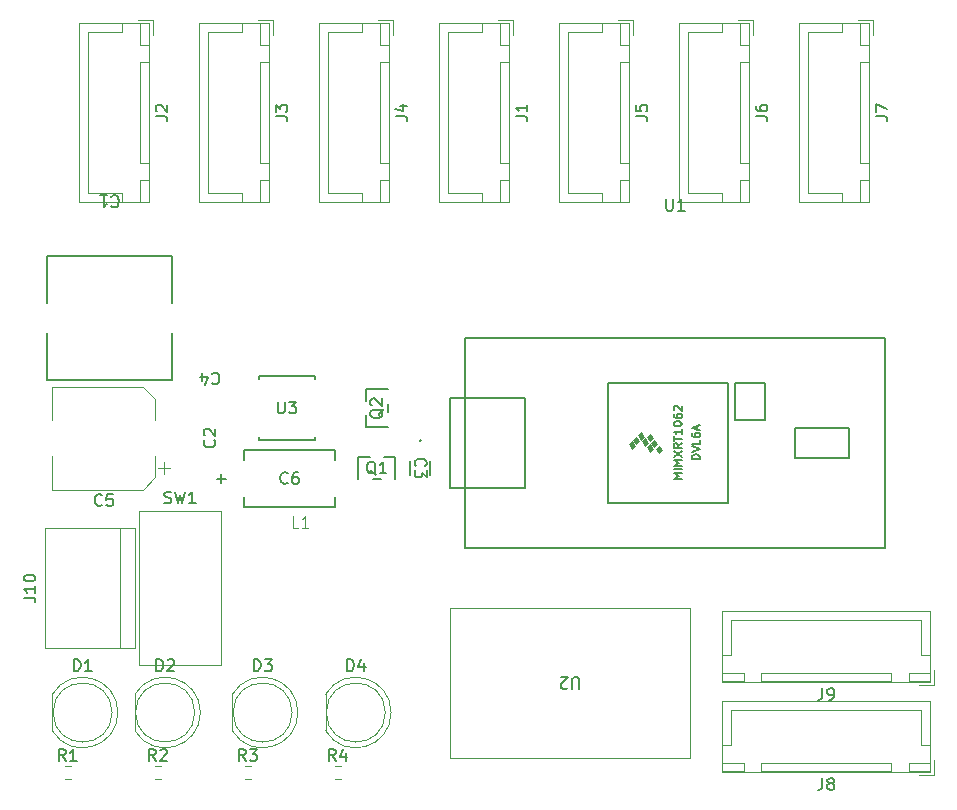
<source format=gbr>
%TF.GenerationSoftware,KiCad,Pcbnew,7.0.8*%
%TF.CreationDate,2024-03-05T19:06:49-05:00*%
%TF.ProjectId,UpdatedPCB2024,55706461-7465-4645-9043-42323032342e,rev?*%
%TF.SameCoordinates,Original*%
%TF.FileFunction,Legend,Top*%
%TF.FilePolarity,Positive*%
%FSLAX46Y46*%
G04 Gerber Fmt 4.6, Leading zero omitted, Abs format (unit mm)*
G04 Created by KiCad (PCBNEW 7.0.8) date 2024-03-05 19:06:49*
%MOMM*%
%LPD*%
G01*
G04 APERTURE LIST*
%ADD10C,0.150000*%
%ADD11C,0.100000*%
%ADD12C,0.120000*%
%ADD13C,0.152400*%
G04 APERTURE END LIST*
D10*
X153436666Y-135084819D02*
X153436666Y-135799104D01*
X153436666Y-135799104D02*
X153389047Y-135941961D01*
X153389047Y-135941961D02*
X153293809Y-136037200D01*
X153293809Y-136037200D02*
X153150952Y-136084819D01*
X153150952Y-136084819D02*
X153055714Y-136084819D01*
X154055714Y-135513390D02*
X153960476Y-135465771D01*
X153960476Y-135465771D02*
X153912857Y-135418152D01*
X153912857Y-135418152D02*
X153865238Y-135322914D01*
X153865238Y-135322914D02*
X153865238Y-135275295D01*
X153865238Y-135275295D02*
X153912857Y-135180057D01*
X153912857Y-135180057D02*
X153960476Y-135132438D01*
X153960476Y-135132438D02*
X154055714Y-135084819D01*
X154055714Y-135084819D02*
X154246190Y-135084819D01*
X154246190Y-135084819D02*
X154341428Y-135132438D01*
X154341428Y-135132438D02*
X154389047Y-135180057D01*
X154389047Y-135180057D02*
X154436666Y-135275295D01*
X154436666Y-135275295D02*
X154436666Y-135322914D01*
X154436666Y-135322914D02*
X154389047Y-135418152D01*
X154389047Y-135418152D02*
X154341428Y-135465771D01*
X154341428Y-135465771D02*
X154246190Y-135513390D01*
X154246190Y-135513390D02*
X154055714Y-135513390D01*
X154055714Y-135513390D02*
X153960476Y-135561009D01*
X153960476Y-135561009D02*
X153912857Y-135608628D01*
X153912857Y-135608628D02*
X153865238Y-135703866D01*
X153865238Y-135703866D02*
X153865238Y-135894342D01*
X153865238Y-135894342D02*
X153912857Y-135989580D01*
X153912857Y-135989580D02*
X153960476Y-136037200D01*
X153960476Y-136037200D02*
X154055714Y-136084819D01*
X154055714Y-136084819D02*
X154246190Y-136084819D01*
X154246190Y-136084819D02*
X154341428Y-136037200D01*
X154341428Y-136037200D02*
X154389047Y-135989580D01*
X154389047Y-135989580D02*
X154436666Y-135894342D01*
X154436666Y-135894342D02*
X154436666Y-135703866D01*
X154436666Y-135703866D02*
X154389047Y-135608628D01*
X154389047Y-135608628D02*
X154341428Y-135561009D01*
X154341428Y-135561009D02*
X154246190Y-135513390D01*
X96984819Y-79073333D02*
X97699104Y-79073333D01*
X97699104Y-79073333D02*
X97841961Y-79120952D01*
X97841961Y-79120952D02*
X97937200Y-79216190D01*
X97937200Y-79216190D02*
X97984819Y-79359047D01*
X97984819Y-79359047D02*
X97984819Y-79454285D01*
X97080057Y-78644761D02*
X97032438Y-78597142D01*
X97032438Y-78597142D02*
X96984819Y-78501904D01*
X96984819Y-78501904D02*
X96984819Y-78263809D01*
X96984819Y-78263809D02*
X97032438Y-78168571D01*
X97032438Y-78168571D02*
X97080057Y-78120952D01*
X97080057Y-78120952D02*
X97175295Y-78073333D01*
X97175295Y-78073333D02*
X97270533Y-78073333D01*
X97270533Y-78073333D02*
X97413390Y-78120952D01*
X97413390Y-78120952D02*
X97984819Y-78692380D01*
X97984819Y-78692380D02*
X97984819Y-78073333D01*
X105302905Y-126034819D02*
X105302905Y-125034819D01*
X105302905Y-125034819D02*
X105541000Y-125034819D01*
X105541000Y-125034819D02*
X105683857Y-125082438D01*
X105683857Y-125082438D02*
X105779095Y-125177676D01*
X105779095Y-125177676D02*
X105826714Y-125272914D01*
X105826714Y-125272914D02*
X105874333Y-125463390D01*
X105874333Y-125463390D02*
X105874333Y-125606247D01*
X105874333Y-125606247D02*
X105826714Y-125796723D01*
X105826714Y-125796723D02*
X105779095Y-125891961D01*
X105779095Y-125891961D02*
X105683857Y-125987200D01*
X105683857Y-125987200D02*
X105541000Y-126034819D01*
X105541000Y-126034819D02*
X105302905Y-126034819D01*
X106207667Y-125034819D02*
X106826714Y-125034819D01*
X106826714Y-125034819D02*
X106493381Y-125415771D01*
X106493381Y-125415771D02*
X106636238Y-125415771D01*
X106636238Y-125415771D02*
X106731476Y-125463390D01*
X106731476Y-125463390D02*
X106779095Y-125511009D01*
X106779095Y-125511009D02*
X106826714Y-125606247D01*
X106826714Y-125606247D02*
X106826714Y-125844342D01*
X106826714Y-125844342D02*
X106779095Y-125939580D01*
X106779095Y-125939580D02*
X106731476Y-125987200D01*
X106731476Y-125987200D02*
X106636238Y-126034819D01*
X106636238Y-126034819D02*
X106350524Y-126034819D01*
X106350524Y-126034819D02*
X106255286Y-125987200D01*
X106255286Y-125987200D02*
X106207667Y-125939580D01*
X116265057Y-103855238D02*
X116217438Y-103950476D01*
X116217438Y-103950476D02*
X116122200Y-104045714D01*
X116122200Y-104045714D02*
X115979342Y-104188571D01*
X115979342Y-104188571D02*
X115931723Y-104283809D01*
X115931723Y-104283809D02*
X115931723Y-104379047D01*
X116169819Y-104331428D02*
X116122200Y-104426666D01*
X116122200Y-104426666D02*
X116026961Y-104521904D01*
X116026961Y-104521904D02*
X115836485Y-104569523D01*
X115836485Y-104569523D02*
X115503152Y-104569523D01*
X115503152Y-104569523D02*
X115312676Y-104521904D01*
X115312676Y-104521904D02*
X115217438Y-104426666D01*
X115217438Y-104426666D02*
X115169819Y-104331428D01*
X115169819Y-104331428D02*
X115169819Y-104140952D01*
X115169819Y-104140952D02*
X115217438Y-104045714D01*
X115217438Y-104045714D02*
X115312676Y-103950476D01*
X115312676Y-103950476D02*
X115503152Y-103902857D01*
X115503152Y-103902857D02*
X115836485Y-103902857D01*
X115836485Y-103902857D02*
X116026961Y-103950476D01*
X116026961Y-103950476D02*
X116122200Y-104045714D01*
X116122200Y-104045714D02*
X116169819Y-104140952D01*
X116169819Y-104140952D02*
X116169819Y-104331428D01*
X115265057Y-103521904D02*
X115217438Y-103474285D01*
X115217438Y-103474285D02*
X115169819Y-103379047D01*
X115169819Y-103379047D02*
X115169819Y-103140952D01*
X115169819Y-103140952D02*
X115217438Y-103045714D01*
X115217438Y-103045714D02*
X115265057Y-102998095D01*
X115265057Y-102998095D02*
X115360295Y-102950476D01*
X115360295Y-102950476D02*
X115455533Y-102950476D01*
X115455533Y-102950476D02*
X115598390Y-102998095D01*
X115598390Y-102998095D02*
X116169819Y-103569523D01*
X116169819Y-103569523D02*
X116169819Y-102950476D01*
X101959580Y-106466666D02*
X102007200Y-106514285D01*
X102007200Y-106514285D02*
X102054819Y-106657142D01*
X102054819Y-106657142D02*
X102054819Y-106752380D01*
X102054819Y-106752380D02*
X102007200Y-106895237D01*
X102007200Y-106895237D02*
X101911961Y-106990475D01*
X101911961Y-106990475D02*
X101816723Y-107038094D01*
X101816723Y-107038094D02*
X101626247Y-107085713D01*
X101626247Y-107085713D02*
X101483390Y-107085713D01*
X101483390Y-107085713D02*
X101292914Y-107038094D01*
X101292914Y-107038094D02*
X101197676Y-106990475D01*
X101197676Y-106990475D02*
X101102438Y-106895237D01*
X101102438Y-106895237D02*
X101054819Y-106752380D01*
X101054819Y-106752380D02*
X101054819Y-106657142D01*
X101054819Y-106657142D02*
X101102438Y-106514285D01*
X101102438Y-106514285D02*
X101150057Y-106466666D01*
X101150057Y-106085713D02*
X101102438Y-106038094D01*
X101102438Y-106038094D02*
X101054819Y-105942856D01*
X101054819Y-105942856D02*
X101054819Y-105704761D01*
X101054819Y-105704761D02*
X101102438Y-105609523D01*
X101102438Y-105609523D02*
X101150057Y-105561904D01*
X101150057Y-105561904D02*
X101245295Y-105514285D01*
X101245295Y-105514285D02*
X101340533Y-105514285D01*
X101340533Y-105514285D02*
X101483390Y-105561904D01*
X101483390Y-105561904D02*
X102054819Y-106133332D01*
X102054819Y-106133332D02*
X102054819Y-105514285D01*
D11*
X109053333Y-113877419D02*
X108577143Y-113877419D01*
X108577143Y-113877419D02*
X108577143Y-112877419D01*
X109910476Y-113877419D02*
X109339048Y-113877419D01*
X109624762Y-113877419D02*
X109624762Y-112877419D01*
X109624762Y-112877419D02*
X109529524Y-113020276D01*
X109529524Y-113020276D02*
X109434286Y-113115514D01*
X109434286Y-113115514D02*
X109339048Y-113163133D01*
D10*
X93244966Y-85860419D02*
X93292585Y-85812800D01*
X93292585Y-85812800D02*
X93435442Y-85765180D01*
X93435442Y-85765180D02*
X93530680Y-85765180D01*
X93530680Y-85765180D02*
X93673537Y-85812800D01*
X93673537Y-85812800D02*
X93768775Y-85908038D01*
X93768775Y-85908038D02*
X93816394Y-86003276D01*
X93816394Y-86003276D02*
X93864013Y-86193752D01*
X93864013Y-86193752D02*
X93864013Y-86336609D01*
X93864013Y-86336609D02*
X93816394Y-86527085D01*
X93816394Y-86527085D02*
X93768775Y-86622323D01*
X93768775Y-86622323D02*
X93673537Y-86717561D01*
X93673537Y-86717561D02*
X93530680Y-86765180D01*
X93530680Y-86765180D02*
X93435442Y-86765180D01*
X93435442Y-86765180D02*
X93292585Y-86717561D01*
X93292585Y-86717561D02*
X93244966Y-86669942D01*
X92292585Y-85765180D02*
X92864013Y-85765180D01*
X92578299Y-85765180D02*
X92578299Y-86765180D01*
X92578299Y-86765180D02*
X92673537Y-86622323D01*
X92673537Y-86622323D02*
X92768775Y-86527085D01*
X92768775Y-86527085D02*
X92864013Y-86479466D01*
X127464819Y-79073333D02*
X128179104Y-79073333D01*
X128179104Y-79073333D02*
X128321961Y-79120952D01*
X128321961Y-79120952D02*
X128417200Y-79216190D01*
X128417200Y-79216190D02*
X128464819Y-79359047D01*
X128464819Y-79359047D02*
X128464819Y-79454285D01*
X128464819Y-78073333D02*
X128464819Y-78644761D01*
X128464819Y-78359047D02*
X127464819Y-78359047D01*
X127464819Y-78359047D02*
X127607676Y-78454285D01*
X127607676Y-78454285D02*
X127702914Y-78549523D01*
X127702914Y-78549523D02*
X127750533Y-78644761D01*
X96984333Y-133644819D02*
X96651000Y-133168628D01*
X96412905Y-133644819D02*
X96412905Y-132644819D01*
X96412905Y-132644819D02*
X96793857Y-132644819D01*
X96793857Y-132644819D02*
X96889095Y-132692438D01*
X96889095Y-132692438D02*
X96936714Y-132740057D01*
X96936714Y-132740057D02*
X96984333Y-132835295D01*
X96984333Y-132835295D02*
X96984333Y-132978152D01*
X96984333Y-132978152D02*
X96936714Y-133073390D01*
X96936714Y-133073390D02*
X96889095Y-133121009D01*
X96889095Y-133121009D02*
X96793857Y-133168628D01*
X96793857Y-133168628D02*
X96412905Y-133168628D01*
X97365286Y-132740057D02*
X97412905Y-132692438D01*
X97412905Y-132692438D02*
X97508143Y-132644819D01*
X97508143Y-132644819D02*
X97746238Y-132644819D01*
X97746238Y-132644819D02*
X97841476Y-132692438D01*
X97841476Y-132692438D02*
X97889095Y-132740057D01*
X97889095Y-132740057D02*
X97936714Y-132835295D01*
X97936714Y-132835295D02*
X97936714Y-132930533D01*
X97936714Y-132930533D02*
X97889095Y-133073390D01*
X97889095Y-133073390D02*
X97317667Y-133644819D01*
X97317667Y-133644819D02*
X97936714Y-133644819D01*
X90062905Y-126034819D02*
X90062905Y-125034819D01*
X90062905Y-125034819D02*
X90301000Y-125034819D01*
X90301000Y-125034819D02*
X90443857Y-125082438D01*
X90443857Y-125082438D02*
X90539095Y-125177676D01*
X90539095Y-125177676D02*
X90586714Y-125272914D01*
X90586714Y-125272914D02*
X90634333Y-125463390D01*
X90634333Y-125463390D02*
X90634333Y-125606247D01*
X90634333Y-125606247D02*
X90586714Y-125796723D01*
X90586714Y-125796723D02*
X90539095Y-125891961D01*
X90539095Y-125891961D02*
X90443857Y-125987200D01*
X90443857Y-125987200D02*
X90301000Y-126034819D01*
X90301000Y-126034819D02*
X90062905Y-126034819D01*
X91586714Y-126034819D02*
X91015286Y-126034819D01*
X91301000Y-126034819D02*
X91301000Y-125034819D01*
X91301000Y-125034819D02*
X91205762Y-125177676D01*
X91205762Y-125177676D02*
X91110524Y-125272914D01*
X91110524Y-125272914D02*
X91015286Y-125320533D01*
X97726667Y-111787200D02*
X97869524Y-111834819D01*
X97869524Y-111834819D02*
X98107619Y-111834819D01*
X98107619Y-111834819D02*
X98202857Y-111787200D01*
X98202857Y-111787200D02*
X98250476Y-111739580D01*
X98250476Y-111739580D02*
X98298095Y-111644342D01*
X98298095Y-111644342D02*
X98298095Y-111549104D01*
X98298095Y-111549104D02*
X98250476Y-111453866D01*
X98250476Y-111453866D02*
X98202857Y-111406247D01*
X98202857Y-111406247D02*
X98107619Y-111358628D01*
X98107619Y-111358628D02*
X97917143Y-111311009D01*
X97917143Y-111311009D02*
X97821905Y-111263390D01*
X97821905Y-111263390D02*
X97774286Y-111215771D01*
X97774286Y-111215771D02*
X97726667Y-111120533D01*
X97726667Y-111120533D02*
X97726667Y-111025295D01*
X97726667Y-111025295D02*
X97774286Y-110930057D01*
X97774286Y-110930057D02*
X97821905Y-110882438D01*
X97821905Y-110882438D02*
X97917143Y-110834819D01*
X97917143Y-110834819D02*
X98155238Y-110834819D01*
X98155238Y-110834819D02*
X98298095Y-110882438D01*
X98631429Y-110834819D02*
X98869524Y-111834819D01*
X98869524Y-111834819D02*
X99060000Y-111120533D01*
X99060000Y-111120533D02*
X99250476Y-111834819D01*
X99250476Y-111834819D02*
X99488572Y-110834819D01*
X100393333Y-111834819D02*
X99821905Y-111834819D01*
X100107619Y-111834819D02*
X100107619Y-110834819D01*
X100107619Y-110834819D02*
X100012381Y-110977676D01*
X100012381Y-110977676D02*
X99917143Y-111072914D01*
X99917143Y-111072914D02*
X99821905Y-111120533D01*
X92433333Y-111959580D02*
X92385714Y-112007200D01*
X92385714Y-112007200D02*
X92242857Y-112054819D01*
X92242857Y-112054819D02*
X92147619Y-112054819D01*
X92147619Y-112054819D02*
X92004762Y-112007200D01*
X92004762Y-112007200D02*
X91909524Y-111911961D01*
X91909524Y-111911961D02*
X91861905Y-111816723D01*
X91861905Y-111816723D02*
X91814286Y-111626247D01*
X91814286Y-111626247D02*
X91814286Y-111483390D01*
X91814286Y-111483390D02*
X91861905Y-111292914D01*
X91861905Y-111292914D02*
X91909524Y-111197676D01*
X91909524Y-111197676D02*
X92004762Y-111102438D01*
X92004762Y-111102438D02*
X92147619Y-111054819D01*
X92147619Y-111054819D02*
X92242857Y-111054819D01*
X92242857Y-111054819D02*
X92385714Y-111102438D01*
X92385714Y-111102438D02*
X92433333Y-111150057D01*
X93338095Y-111054819D02*
X92861905Y-111054819D01*
X92861905Y-111054819D02*
X92814286Y-111531009D01*
X92814286Y-111531009D02*
X92861905Y-111483390D01*
X92861905Y-111483390D02*
X92957143Y-111435771D01*
X92957143Y-111435771D02*
X93195238Y-111435771D01*
X93195238Y-111435771D02*
X93290476Y-111483390D01*
X93290476Y-111483390D02*
X93338095Y-111531009D01*
X93338095Y-111531009D02*
X93385714Y-111626247D01*
X93385714Y-111626247D02*
X93385714Y-111864342D01*
X93385714Y-111864342D02*
X93338095Y-111959580D01*
X93338095Y-111959580D02*
X93290476Y-112007200D01*
X93290476Y-112007200D02*
X93195238Y-112054819D01*
X93195238Y-112054819D02*
X92957143Y-112054819D01*
X92957143Y-112054819D02*
X92861905Y-112007200D01*
X92861905Y-112007200D02*
X92814286Y-111959580D01*
X101766666Y-100860419D02*
X101814285Y-100812800D01*
X101814285Y-100812800D02*
X101957142Y-100765180D01*
X101957142Y-100765180D02*
X102052380Y-100765180D01*
X102052380Y-100765180D02*
X102195237Y-100812800D01*
X102195237Y-100812800D02*
X102290475Y-100908038D01*
X102290475Y-100908038D02*
X102338094Y-101003276D01*
X102338094Y-101003276D02*
X102385713Y-101193752D01*
X102385713Y-101193752D02*
X102385713Y-101336609D01*
X102385713Y-101336609D02*
X102338094Y-101527085D01*
X102338094Y-101527085D02*
X102290475Y-101622323D01*
X102290475Y-101622323D02*
X102195237Y-101717561D01*
X102195237Y-101717561D02*
X102052380Y-101765180D01*
X102052380Y-101765180D02*
X101957142Y-101765180D01*
X101957142Y-101765180D02*
X101814285Y-101717561D01*
X101814285Y-101717561D02*
X101766666Y-101669942D01*
X100909523Y-101431847D02*
X100909523Y-100765180D01*
X101147618Y-101812800D02*
X101385713Y-101098514D01*
X101385713Y-101098514D02*
X100766666Y-101098514D01*
X89364333Y-133644819D02*
X89031000Y-133168628D01*
X88792905Y-133644819D02*
X88792905Y-132644819D01*
X88792905Y-132644819D02*
X89173857Y-132644819D01*
X89173857Y-132644819D02*
X89269095Y-132692438D01*
X89269095Y-132692438D02*
X89316714Y-132740057D01*
X89316714Y-132740057D02*
X89364333Y-132835295D01*
X89364333Y-132835295D02*
X89364333Y-132978152D01*
X89364333Y-132978152D02*
X89316714Y-133073390D01*
X89316714Y-133073390D02*
X89269095Y-133121009D01*
X89269095Y-133121009D02*
X89173857Y-133168628D01*
X89173857Y-133168628D02*
X88792905Y-133168628D01*
X90316714Y-133644819D02*
X89745286Y-133644819D01*
X90031000Y-133644819D02*
X90031000Y-132644819D01*
X90031000Y-132644819D02*
X89935762Y-132787676D01*
X89935762Y-132787676D02*
X89840524Y-132882914D01*
X89840524Y-132882914D02*
X89745286Y-132930533D01*
X115619761Y-109390057D02*
X115524523Y-109342438D01*
X115524523Y-109342438D02*
X115429285Y-109247200D01*
X115429285Y-109247200D02*
X115286428Y-109104342D01*
X115286428Y-109104342D02*
X115191190Y-109056723D01*
X115191190Y-109056723D02*
X115095952Y-109056723D01*
X115143571Y-109294819D02*
X115048333Y-109247200D01*
X115048333Y-109247200D02*
X114953095Y-109151961D01*
X114953095Y-109151961D02*
X114905476Y-108961485D01*
X114905476Y-108961485D02*
X114905476Y-108628152D01*
X114905476Y-108628152D02*
X114953095Y-108437676D01*
X114953095Y-108437676D02*
X115048333Y-108342438D01*
X115048333Y-108342438D02*
X115143571Y-108294819D01*
X115143571Y-108294819D02*
X115334047Y-108294819D01*
X115334047Y-108294819D02*
X115429285Y-108342438D01*
X115429285Y-108342438D02*
X115524523Y-108437676D01*
X115524523Y-108437676D02*
X115572142Y-108628152D01*
X115572142Y-108628152D02*
X115572142Y-108961485D01*
X115572142Y-108961485D02*
X115524523Y-109151961D01*
X115524523Y-109151961D02*
X115429285Y-109247200D01*
X115429285Y-109247200D02*
X115334047Y-109294819D01*
X115334047Y-109294819D02*
X115143571Y-109294819D01*
X116524523Y-109294819D02*
X115953095Y-109294819D01*
X116238809Y-109294819D02*
X116238809Y-108294819D01*
X116238809Y-108294819D02*
X116143571Y-108437676D01*
X116143571Y-108437676D02*
X116048333Y-108532914D01*
X116048333Y-108532914D02*
X115953095Y-108580533D01*
X85814819Y-119809523D02*
X86529104Y-119809523D01*
X86529104Y-119809523D02*
X86671961Y-119857142D01*
X86671961Y-119857142D02*
X86767200Y-119952380D01*
X86767200Y-119952380D02*
X86814819Y-120095237D01*
X86814819Y-120095237D02*
X86814819Y-120190475D01*
X86814819Y-118809523D02*
X86814819Y-119380951D01*
X86814819Y-119095237D02*
X85814819Y-119095237D01*
X85814819Y-119095237D02*
X85957676Y-119190475D01*
X85957676Y-119190475D02*
X86052914Y-119285713D01*
X86052914Y-119285713D02*
X86100533Y-119380951D01*
X85814819Y-118190475D02*
X85814819Y-118095237D01*
X85814819Y-118095237D02*
X85862438Y-117999999D01*
X85862438Y-117999999D02*
X85910057Y-117952380D01*
X85910057Y-117952380D02*
X86005295Y-117904761D01*
X86005295Y-117904761D02*
X86195771Y-117857142D01*
X86195771Y-117857142D02*
X86433866Y-117857142D01*
X86433866Y-117857142D02*
X86624342Y-117904761D01*
X86624342Y-117904761D02*
X86719580Y-117952380D01*
X86719580Y-117952380D02*
X86767200Y-117999999D01*
X86767200Y-117999999D02*
X86814819Y-118095237D01*
X86814819Y-118095237D02*
X86814819Y-118190475D01*
X86814819Y-118190475D02*
X86767200Y-118285713D01*
X86767200Y-118285713D02*
X86719580Y-118333332D01*
X86719580Y-118333332D02*
X86624342Y-118380951D01*
X86624342Y-118380951D02*
X86433866Y-118428570D01*
X86433866Y-118428570D02*
X86195771Y-118428570D01*
X86195771Y-118428570D02*
X86005295Y-118380951D01*
X86005295Y-118380951D02*
X85910057Y-118333332D01*
X85910057Y-118333332D02*
X85862438Y-118285713D01*
X85862438Y-118285713D02*
X85814819Y-118190475D01*
X140208095Y-86054819D02*
X140208095Y-86864342D01*
X140208095Y-86864342D02*
X140255714Y-86959580D01*
X140255714Y-86959580D02*
X140303333Y-87007200D01*
X140303333Y-87007200D02*
X140398571Y-87054819D01*
X140398571Y-87054819D02*
X140589047Y-87054819D01*
X140589047Y-87054819D02*
X140684285Y-87007200D01*
X140684285Y-87007200D02*
X140731904Y-86959580D01*
X140731904Y-86959580D02*
X140779523Y-86864342D01*
X140779523Y-86864342D02*
X140779523Y-86054819D01*
X141779523Y-87054819D02*
X141208095Y-87054819D01*
X141493809Y-87054819D02*
X141493809Y-86054819D01*
X141493809Y-86054819D02*
X141398571Y-86197676D01*
X141398571Y-86197676D02*
X141303333Y-86292914D01*
X141303333Y-86292914D02*
X141208095Y-86340533D01*
X143064033Y-108080000D02*
X142364033Y-108080000D01*
X142364033Y-108080000D02*
X142364033Y-107913333D01*
X142364033Y-107913333D02*
X142397366Y-107813333D01*
X142397366Y-107813333D02*
X142464033Y-107746667D01*
X142464033Y-107746667D02*
X142530700Y-107713333D01*
X142530700Y-107713333D02*
X142664033Y-107680000D01*
X142664033Y-107680000D02*
X142764033Y-107680000D01*
X142764033Y-107680000D02*
X142897366Y-107713333D01*
X142897366Y-107713333D02*
X142964033Y-107746667D01*
X142964033Y-107746667D02*
X143030700Y-107813333D01*
X143030700Y-107813333D02*
X143064033Y-107913333D01*
X143064033Y-107913333D02*
X143064033Y-108080000D01*
X142364033Y-107480000D02*
X143064033Y-107246667D01*
X143064033Y-107246667D02*
X142364033Y-107013333D01*
X143064033Y-106446667D02*
X143064033Y-106780000D01*
X143064033Y-106780000D02*
X142364033Y-106780000D01*
X142364033Y-105913333D02*
X142364033Y-106046666D01*
X142364033Y-106046666D02*
X142397366Y-106113333D01*
X142397366Y-106113333D02*
X142430700Y-106146666D01*
X142430700Y-106146666D02*
X142530700Y-106213333D01*
X142530700Y-106213333D02*
X142664033Y-106246666D01*
X142664033Y-106246666D02*
X142930700Y-106246666D01*
X142930700Y-106246666D02*
X142997366Y-106213333D01*
X142997366Y-106213333D02*
X143030700Y-106180000D01*
X143030700Y-106180000D02*
X143064033Y-106113333D01*
X143064033Y-106113333D02*
X143064033Y-105980000D01*
X143064033Y-105980000D02*
X143030700Y-105913333D01*
X143030700Y-105913333D02*
X142997366Y-105880000D01*
X142997366Y-105880000D02*
X142930700Y-105846666D01*
X142930700Y-105846666D02*
X142764033Y-105846666D01*
X142764033Y-105846666D02*
X142697366Y-105880000D01*
X142697366Y-105880000D02*
X142664033Y-105913333D01*
X142664033Y-105913333D02*
X142630700Y-105980000D01*
X142630700Y-105980000D02*
X142630700Y-106113333D01*
X142630700Y-106113333D02*
X142664033Y-106180000D01*
X142664033Y-106180000D02*
X142697366Y-106213333D01*
X142697366Y-106213333D02*
X142764033Y-106246666D01*
X142864033Y-105579999D02*
X142864033Y-105246666D01*
X143064033Y-105646666D02*
X142364033Y-105413333D01*
X142364033Y-105413333D02*
X143064033Y-105179999D01*
X141540033Y-109763333D02*
X140840033Y-109763333D01*
X140840033Y-109763333D02*
X141340033Y-109530000D01*
X141340033Y-109530000D02*
X140840033Y-109296666D01*
X140840033Y-109296666D02*
X141540033Y-109296666D01*
X141540033Y-108963333D02*
X140840033Y-108963333D01*
X141540033Y-108630000D02*
X140840033Y-108630000D01*
X140840033Y-108630000D02*
X141340033Y-108396667D01*
X141340033Y-108396667D02*
X140840033Y-108163333D01*
X140840033Y-108163333D02*
X141540033Y-108163333D01*
X140840033Y-107896667D02*
X141540033Y-107430000D01*
X140840033Y-107430000D02*
X141540033Y-107896667D01*
X141540033Y-106763333D02*
X141206700Y-106996666D01*
X141540033Y-107163333D02*
X140840033Y-107163333D01*
X140840033Y-107163333D02*
X140840033Y-106896666D01*
X140840033Y-106896666D02*
X140873366Y-106830000D01*
X140873366Y-106830000D02*
X140906700Y-106796666D01*
X140906700Y-106796666D02*
X140973366Y-106763333D01*
X140973366Y-106763333D02*
X141073366Y-106763333D01*
X141073366Y-106763333D02*
X141140033Y-106796666D01*
X141140033Y-106796666D02*
X141173366Y-106830000D01*
X141173366Y-106830000D02*
X141206700Y-106896666D01*
X141206700Y-106896666D02*
X141206700Y-107163333D01*
X140840033Y-106563333D02*
X140840033Y-106163333D01*
X141540033Y-106363333D02*
X140840033Y-106363333D01*
X141540033Y-105563333D02*
X141540033Y-105963333D01*
X141540033Y-105763333D02*
X140840033Y-105763333D01*
X140840033Y-105763333D02*
X140940033Y-105830000D01*
X140940033Y-105830000D02*
X141006700Y-105896667D01*
X141006700Y-105896667D02*
X141040033Y-105963333D01*
X140840033Y-105130000D02*
X140840033Y-105063333D01*
X140840033Y-105063333D02*
X140873366Y-104996666D01*
X140873366Y-104996666D02*
X140906700Y-104963333D01*
X140906700Y-104963333D02*
X140973366Y-104930000D01*
X140973366Y-104930000D02*
X141106700Y-104896666D01*
X141106700Y-104896666D02*
X141273366Y-104896666D01*
X141273366Y-104896666D02*
X141406700Y-104930000D01*
X141406700Y-104930000D02*
X141473366Y-104963333D01*
X141473366Y-104963333D02*
X141506700Y-104996666D01*
X141506700Y-104996666D02*
X141540033Y-105063333D01*
X141540033Y-105063333D02*
X141540033Y-105130000D01*
X141540033Y-105130000D02*
X141506700Y-105196666D01*
X141506700Y-105196666D02*
X141473366Y-105230000D01*
X141473366Y-105230000D02*
X141406700Y-105263333D01*
X141406700Y-105263333D02*
X141273366Y-105296666D01*
X141273366Y-105296666D02*
X141106700Y-105296666D01*
X141106700Y-105296666D02*
X140973366Y-105263333D01*
X140973366Y-105263333D02*
X140906700Y-105230000D01*
X140906700Y-105230000D02*
X140873366Y-105196666D01*
X140873366Y-105196666D02*
X140840033Y-105130000D01*
X140840033Y-104296666D02*
X140840033Y-104429999D01*
X140840033Y-104429999D02*
X140873366Y-104496666D01*
X140873366Y-104496666D02*
X140906700Y-104529999D01*
X140906700Y-104529999D02*
X141006700Y-104596666D01*
X141006700Y-104596666D02*
X141140033Y-104629999D01*
X141140033Y-104629999D02*
X141406700Y-104629999D01*
X141406700Y-104629999D02*
X141473366Y-104596666D01*
X141473366Y-104596666D02*
X141506700Y-104563333D01*
X141506700Y-104563333D02*
X141540033Y-104496666D01*
X141540033Y-104496666D02*
X141540033Y-104363333D01*
X141540033Y-104363333D02*
X141506700Y-104296666D01*
X141506700Y-104296666D02*
X141473366Y-104263333D01*
X141473366Y-104263333D02*
X141406700Y-104229999D01*
X141406700Y-104229999D02*
X141240033Y-104229999D01*
X141240033Y-104229999D02*
X141173366Y-104263333D01*
X141173366Y-104263333D02*
X141140033Y-104296666D01*
X141140033Y-104296666D02*
X141106700Y-104363333D01*
X141106700Y-104363333D02*
X141106700Y-104496666D01*
X141106700Y-104496666D02*
X141140033Y-104563333D01*
X141140033Y-104563333D02*
X141173366Y-104596666D01*
X141173366Y-104596666D02*
X141240033Y-104629999D01*
X140906700Y-103963332D02*
X140873366Y-103929999D01*
X140873366Y-103929999D02*
X140840033Y-103863332D01*
X140840033Y-103863332D02*
X140840033Y-103696666D01*
X140840033Y-103696666D02*
X140873366Y-103629999D01*
X140873366Y-103629999D02*
X140906700Y-103596666D01*
X140906700Y-103596666D02*
X140973366Y-103563332D01*
X140973366Y-103563332D02*
X141040033Y-103563332D01*
X141040033Y-103563332D02*
X141140033Y-103596666D01*
X141140033Y-103596666D02*
X141540033Y-103996666D01*
X141540033Y-103996666D02*
X141540033Y-103563332D01*
X157944819Y-79073333D02*
X158659104Y-79073333D01*
X158659104Y-79073333D02*
X158801961Y-79120952D01*
X158801961Y-79120952D02*
X158897200Y-79216190D01*
X158897200Y-79216190D02*
X158944819Y-79359047D01*
X158944819Y-79359047D02*
X158944819Y-79454285D01*
X157944819Y-78692380D02*
X157944819Y-78025714D01*
X157944819Y-78025714D02*
X158944819Y-78454285D01*
X119020419Y-108673333D02*
X118972800Y-108625714D01*
X118972800Y-108625714D02*
X118925180Y-108482857D01*
X118925180Y-108482857D02*
X118925180Y-108387619D01*
X118925180Y-108387619D02*
X118972800Y-108244762D01*
X118972800Y-108244762D02*
X119068038Y-108149524D01*
X119068038Y-108149524D02*
X119163276Y-108101905D01*
X119163276Y-108101905D02*
X119353752Y-108054286D01*
X119353752Y-108054286D02*
X119496609Y-108054286D01*
X119496609Y-108054286D02*
X119687085Y-108101905D01*
X119687085Y-108101905D02*
X119782323Y-108149524D01*
X119782323Y-108149524D02*
X119877561Y-108244762D01*
X119877561Y-108244762D02*
X119925180Y-108387619D01*
X119925180Y-108387619D02*
X119925180Y-108482857D01*
X119925180Y-108482857D02*
X119877561Y-108625714D01*
X119877561Y-108625714D02*
X119829942Y-108673333D01*
X119925180Y-109006667D02*
X119925180Y-109625714D01*
X119925180Y-109625714D02*
X119544228Y-109292381D01*
X119544228Y-109292381D02*
X119544228Y-109435238D01*
X119544228Y-109435238D02*
X119496609Y-109530476D01*
X119496609Y-109530476D02*
X119448990Y-109578095D01*
X119448990Y-109578095D02*
X119353752Y-109625714D01*
X119353752Y-109625714D02*
X119115657Y-109625714D01*
X119115657Y-109625714D02*
X119020419Y-109578095D01*
X119020419Y-109578095D02*
X118972800Y-109530476D01*
X118972800Y-109530476D02*
X118925180Y-109435238D01*
X118925180Y-109435238D02*
X118925180Y-109149524D01*
X118925180Y-109149524D02*
X118972800Y-109054286D01*
X118972800Y-109054286D02*
X119020419Y-109006667D01*
X147784819Y-79073333D02*
X148499104Y-79073333D01*
X148499104Y-79073333D02*
X148641961Y-79120952D01*
X148641961Y-79120952D02*
X148737200Y-79216190D01*
X148737200Y-79216190D02*
X148784819Y-79359047D01*
X148784819Y-79359047D02*
X148784819Y-79454285D01*
X147784819Y-78168571D02*
X147784819Y-78359047D01*
X147784819Y-78359047D02*
X147832438Y-78454285D01*
X147832438Y-78454285D02*
X147880057Y-78501904D01*
X147880057Y-78501904D02*
X148022914Y-78597142D01*
X148022914Y-78597142D02*
X148213390Y-78644761D01*
X148213390Y-78644761D02*
X148594342Y-78644761D01*
X148594342Y-78644761D02*
X148689580Y-78597142D01*
X148689580Y-78597142D02*
X148737200Y-78549523D01*
X148737200Y-78549523D02*
X148784819Y-78454285D01*
X148784819Y-78454285D02*
X148784819Y-78263809D01*
X148784819Y-78263809D02*
X148737200Y-78168571D01*
X148737200Y-78168571D02*
X148689580Y-78120952D01*
X148689580Y-78120952D02*
X148594342Y-78073333D01*
X148594342Y-78073333D02*
X148356247Y-78073333D01*
X148356247Y-78073333D02*
X148261009Y-78120952D01*
X148261009Y-78120952D02*
X148213390Y-78168571D01*
X148213390Y-78168571D02*
X148165771Y-78263809D01*
X148165771Y-78263809D02*
X148165771Y-78454285D01*
X148165771Y-78454285D02*
X148213390Y-78549523D01*
X148213390Y-78549523D02*
X148261009Y-78597142D01*
X148261009Y-78597142D02*
X148356247Y-78644761D01*
X107144819Y-79073333D02*
X107859104Y-79073333D01*
X107859104Y-79073333D02*
X108001961Y-79120952D01*
X108001961Y-79120952D02*
X108097200Y-79216190D01*
X108097200Y-79216190D02*
X108144819Y-79359047D01*
X108144819Y-79359047D02*
X108144819Y-79454285D01*
X107144819Y-78692380D02*
X107144819Y-78073333D01*
X107144819Y-78073333D02*
X107525771Y-78406666D01*
X107525771Y-78406666D02*
X107525771Y-78263809D01*
X107525771Y-78263809D02*
X107573390Y-78168571D01*
X107573390Y-78168571D02*
X107621009Y-78120952D01*
X107621009Y-78120952D02*
X107716247Y-78073333D01*
X107716247Y-78073333D02*
X107954342Y-78073333D01*
X107954342Y-78073333D02*
X108049580Y-78120952D01*
X108049580Y-78120952D02*
X108097200Y-78168571D01*
X108097200Y-78168571D02*
X108144819Y-78263809D01*
X108144819Y-78263809D02*
X108144819Y-78549523D01*
X108144819Y-78549523D02*
X108097200Y-78644761D01*
X108097200Y-78644761D02*
X108049580Y-78692380D01*
X153436666Y-127464819D02*
X153436666Y-128179104D01*
X153436666Y-128179104D02*
X153389047Y-128321961D01*
X153389047Y-128321961D02*
X153293809Y-128417200D01*
X153293809Y-128417200D02*
X153150952Y-128464819D01*
X153150952Y-128464819D02*
X153055714Y-128464819D01*
X153960476Y-128464819D02*
X154150952Y-128464819D01*
X154150952Y-128464819D02*
X154246190Y-128417200D01*
X154246190Y-128417200D02*
X154293809Y-128369580D01*
X154293809Y-128369580D02*
X154389047Y-128226723D01*
X154389047Y-128226723D02*
X154436666Y-128036247D01*
X154436666Y-128036247D02*
X154436666Y-127655295D01*
X154436666Y-127655295D02*
X154389047Y-127560057D01*
X154389047Y-127560057D02*
X154341428Y-127512438D01*
X154341428Y-127512438D02*
X154246190Y-127464819D01*
X154246190Y-127464819D02*
X154055714Y-127464819D01*
X154055714Y-127464819D02*
X153960476Y-127512438D01*
X153960476Y-127512438D02*
X153912857Y-127560057D01*
X153912857Y-127560057D02*
X153865238Y-127655295D01*
X153865238Y-127655295D02*
X153865238Y-127893390D01*
X153865238Y-127893390D02*
X153912857Y-127988628D01*
X153912857Y-127988628D02*
X153960476Y-128036247D01*
X153960476Y-128036247D02*
X154055714Y-128083866D01*
X154055714Y-128083866D02*
X154246190Y-128083866D01*
X154246190Y-128083866D02*
X154341428Y-128036247D01*
X154341428Y-128036247D02*
X154389047Y-127988628D01*
X154389047Y-127988628D02*
X154436666Y-127893390D01*
X108156933Y-110087580D02*
X108109314Y-110135200D01*
X108109314Y-110135200D02*
X107966457Y-110182819D01*
X107966457Y-110182819D02*
X107871219Y-110182819D01*
X107871219Y-110182819D02*
X107728362Y-110135200D01*
X107728362Y-110135200D02*
X107633124Y-110039961D01*
X107633124Y-110039961D02*
X107585505Y-109944723D01*
X107585505Y-109944723D02*
X107537886Y-109754247D01*
X107537886Y-109754247D02*
X107537886Y-109611390D01*
X107537886Y-109611390D02*
X107585505Y-109420914D01*
X107585505Y-109420914D02*
X107633124Y-109325676D01*
X107633124Y-109325676D02*
X107728362Y-109230438D01*
X107728362Y-109230438D02*
X107871219Y-109182819D01*
X107871219Y-109182819D02*
X107966457Y-109182819D01*
X107966457Y-109182819D02*
X108109314Y-109230438D01*
X108109314Y-109230438D02*
X108156933Y-109278057D01*
X109014076Y-109182819D02*
X108823600Y-109182819D01*
X108823600Y-109182819D02*
X108728362Y-109230438D01*
X108728362Y-109230438D02*
X108680743Y-109278057D01*
X108680743Y-109278057D02*
X108585505Y-109420914D01*
X108585505Y-109420914D02*
X108537886Y-109611390D01*
X108537886Y-109611390D02*
X108537886Y-109992342D01*
X108537886Y-109992342D02*
X108585505Y-110087580D01*
X108585505Y-110087580D02*
X108633124Y-110135200D01*
X108633124Y-110135200D02*
X108728362Y-110182819D01*
X108728362Y-110182819D02*
X108918838Y-110182819D01*
X108918838Y-110182819D02*
X109014076Y-110135200D01*
X109014076Y-110135200D02*
X109061695Y-110087580D01*
X109061695Y-110087580D02*
X109109314Y-109992342D01*
X109109314Y-109992342D02*
X109109314Y-109754247D01*
X109109314Y-109754247D02*
X109061695Y-109659009D01*
X109061695Y-109659009D02*
X109014076Y-109611390D01*
X109014076Y-109611390D02*
X108918838Y-109563771D01*
X108918838Y-109563771D02*
X108728362Y-109563771D01*
X108728362Y-109563771D02*
X108633124Y-109611390D01*
X108633124Y-109611390D02*
X108585505Y-109659009D01*
X108585505Y-109659009D02*
X108537886Y-109754247D01*
X97051905Y-126034819D02*
X97051905Y-125034819D01*
X97051905Y-125034819D02*
X97290000Y-125034819D01*
X97290000Y-125034819D02*
X97432857Y-125082438D01*
X97432857Y-125082438D02*
X97528095Y-125177676D01*
X97528095Y-125177676D02*
X97575714Y-125272914D01*
X97575714Y-125272914D02*
X97623333Y-125463390D01*
X97623333Y-125463390D02*
X97623333Y-125606247D01*
X97623333Y-125606247D02*
X97575714Y-125796723D01*
X97575714Y-125796723D02*
X97528095Y-125891961D01*
X97528095Y-125891961D02*
X97432857Y-125987200D01*
X97432857Y-125987200D02*
X97290000Y-126034819D01*
X97290000Y-126034819D02*
X97051905Y-126034819D01*
X98004286Y-125130057D02*
X98051905Y-125082438D01*
X98051905Y-125082438D02*
X98147143Y-125034819D01*
X98147143Y-125034819D02*
X98385238Y-125034819D01*
X98385238Y-125034819D02*
X98480476Y-125082438D01*
X98480476Y-125082438D02*
X98528095Y-125130057D01*
X98528095Y-125130057D02*
X98575714Y-125225295D01*
X98575714Y-125225295D02*
X98575714Y-125320533D01*
X98575714Y-125320533D02*
X98528095Y-125463390D01*
X98528095Y-125463390D02*
X97956667Y-126034819D01*
X97956667Y-126034819D02*
X98575714Y-126034819D01*
X112224333Y-133644819D02*
X111891000Y-133168628D01*
X111652905Y-133644819D02*
X111652905Y-132644819D01*
X111652905Y-132644819D02*
X112033857Y-132644819D01*
X112033857Y-132644819D02*
X112129095Y-132692438D01*
X112129095Y-132692438D02*
X112176714Y-132740057D01*
X112176714Y-132740057D02*
X112224333Y-132835295D01*
X112224333Y-132835295D02*
X112224333Y-132978152D01*
X112224333Y-132978152D02*
X112176714Y-133073390D01*
X112176714Y-133073390D02*
X112129095Y-133121009D01*
X112129095Y-133121009D02*
X112033857Y-133168628D01*
X112033857Y-133168628D02*
X111652905Y-133168628D01*
X113081476Y-132978152D02*
X113081476Y-133644819D01*
X112843381Y-132597200D02*
X112605286Y-133311485D01*
X112605286Y-133311485D02*
X113224333Y-133311485D01*
X132841904Y-127545180D02*
X132841904Y-126735657D01*
X132841904Y-126735657D02*
X132794285Y-126640419D01*
X132794285Y-126640419D02*
X132746666Y-126592800D01*
X132746666Y-126592800D02*
X132651428Y-126545180D01*
X132651428Y-126545180D02*
X132460952Y-126545180D01*
X132460952Y-126545180D02*
X132365714Y-126592800D01*
X132365714Y-126592800D02*
X132318095Y-126640419D01*
X132318095Y-126640419D02*
X132270476Y-126735657D01*
X132270476Y-126735657D02*
X132270476Y-127545180D01*
X131841904Y-127449942D02*
X131794285Y-127497561D01*
X131794285Y-127497561D02*
X131699047Y-127545180D01*
X131699047Y-127545180D02*
X131460952Y-127545180D01*
X131460952Y-127545180D02*
X131365714Y-127497561D01*
X131365714Y-127497561D02*
X131318095Y-127449942D01*
X131318095Y-127449942D02*
X131270476Y-127354704D01*
X131270476Y-127354704D02*
X131270476Y-127259466D01*
X131270476Y-127259466D02*
X131318095Y-127116609D01*
X131318095Y-127116609D02*
X131889523Y-126545180D01*
X131889523Y-126545180D02*
X131270476Y-126545180D01*
X104604333Y-133644819D02*
X104271000Y-133168628D01*
X104032905Y-133644819D02*
X104032905Y-132644819D01*
X104032905Y-132644819D02*
X104413857Y-132644819D01*
X104413857Y-132644819D02*
X104509095Y-132692438D01*
X104509095Y-132692438D02*
X104556714Y-132740057D01*
X104556714Y-132740057D02*
X104604333Y-132835295D01*
X104604333Y-132835295D02*
X104604333Y-132978152D01*
X104604333Y-132978152D02*
X104556714Y-133073390D01*
X104556714Y-133073390D02*
X104509095Y-133121009D01*
X104509095Y-133121009D02*
X104413857Y-133168628D01*
X104413857Y-133168628D02*
X104032905Y-133168628D01*
X104937667Y-132644819D02*
X105556714Y-132644819D01*
X105556714Y-132644819D02*
X105223381Y-133025771D01*
X105223381Y-133025771D02*
X105366238Y-133025771D01*
X105366238Y-133025771D02*
X105461476Y-133073390D01*
X105461476Y-133073390D02*
X105509095Y-133121009D01*
X105509095Y-133121009D02*
X105556714Y-133216247D01*
X105556714Y-133216247D02*
X105556714Y-133454342D01*
X105556714Y-133454342D02*
X105509095Y-133549580D01*
X105509095Y-133549580D02*
X105461476Y-133597200D01*
X105461476Y-133597200D02*
X105366238Y-133644819D01*
X105366238Y-133644819D02*
X105080524Y-133644819D01*
X105080524Y-133644819D02*
X104985286Y-133597200D01*
X104985286Y-133597200D02*
X104937667Y-133549580D01*
X113194905Y-126034819D02*
X113194905Y-125034819D01*
X113194905Y-125034819D02*
X113433000Y-125034819D01*
X113433000Y-125034819D02*
X113575857Y-125082438D01*
X113575857Y-125082438D02*
X113671095Y-125177676D01*
X113671095Y-125177676D02*
X113718714Y-125272914D01*
X113718714Y-125272914D02*
X113766333Y-125463390D01*
X113766333Y-125463390D02*
X113766333Y-125606247D01*
X113766333Y-125606247D02*
X113718714Y-125796723D01*
X113718714Y-125796723D02*
X113671095Y-125891961D01*
X113671095Y-125891961D02*
X113575857Y-125987200D01*
X113575857Y-125987200D02*
X113433000Y-126034819D01*
X113433000Y-126034819D02*
X113194905Y-126034819D01*
X114623476Y-125368152D02*
X114623476Y-126034819D01*
X114385381Y-124987200D02*
X114147286Y-125701485D01*
X114147286Y-125701485D02*
X114766333Y-125701485D01*
X117304819Y-79073333D02*
X118019104Y-79073333D01*
X118019104Y-79073333D02*
X118161961Y-79120952D01*
X118161961Y-79120952D02*
X118257200Y-79216190D01*
X118257200Y-79216190D02*
X118304819Y-79359047D01*
X118304819Y-79359047D02*
X118304819Y-79454285D01*
X117638152Y-78168571D02*
X118304819Y-78168571D01*
X117257200Y-78406666D02*
X117971485Y-78644761D01*
X117971485Y-78644761D02*
X117971485Y-78025714D01*
X137624819Y-79073333D02*
X138339104Y-79073333D01*
X138339104Y-79073333D02*
X138481961Y-79120952D01*
X138481961Y-79120952D02*
X138577200Y-79216190D01*
X138577200Y-79216190D02*
X138624819Y-79359047D01*
X138624819Y-79359047D02*
X138624819Y-79454285D01*
X137624819Y-78120952D02*
X137624819Y-78597142D01*
X137624819Y-78597142D02*
X138101009Y-78644761D01*
X138101009Y-78644761D02*
X138053390Y-78597142D01*
X138053390Y-78597142D02*
X138005771Y-78501904D01*
X138005771Y-78501904D02*
X138005771Y-78263809D01*
X138005771Y-78263809D02*
X138053390Y-78168571D01*
X138053390Y-78168571D02*
X138101009Y-78120952D01*
X138101009Y-78120952D02*
X138196247Y-78073333D01*
X138196247Y-78073333D02*
X138434342Y-78073333D01*
X138434342Y-78073333D02*
X138529580Y-78120952D01*
X138529580Y-78120952D02*
X138577200Y-78168571D01*
X138577200Y-78168571D02*
X138624819Y-78263809D01*
X138624819Y-78263809D02*
X138624819Y-78501904D01*
X138624819Y-78501904D02*
X138577200Y-78597142D01*
X138577200Y-78597142D02*
X138529580Y-78644761D01*
X107333095Y-103214819D02*
X107333095Y-104024342D01*
X107333095Y-104024342D02*
X107380714Y-104119580D01*
X107380714Y-104119580D02*
X107428333Y-104167200D01*
X107428333Y-104167200D02*
X107523571Y-104214819D01*
X107523571Y-104214819D02*
X107714047Y-104214819D01*
X107714047Y-104214819D02*
X107809285Y-104167200D01*
X107809285Y-104167200D02*
X107856904Y-104119580D01*
X107856904Y-104119580D02*
X107904523Y-104024342D01*
X107904523Y-104024342D02*
X107904523Y-103214819D01*
X108285476Y-103214819D02*
X108904523Y-103214819D01*
X108904523Y-103214819D02*
X108571190Y-103595771D01*
X108571190Y-103595771D02*
X108714047Y-103595771D01*
X108714047Y-103595771D02*
X108809285Y-103643390D01*
X108809285Y-103643390D02*
X108856904Y-103691009D01*
X108856904Y-103691009D02*
X108904523Y-103786247D01*
X108904523Y-103786247D02*
X108904523Y-104024342D01*
X108904523Y-104024342D02*
X108856904Y-104119580D01*
X108856904Y-104119580D02*
X108809285Y-104167200D01*
X108809285Y-104167200D02*
X108714047Y-104214819D01*
X108714047Y-104214819D02*
X108428333Y-104214819D01*
X108428333Y-104214819D02*
X108333095Y-104167200D01*
X108333095Y-104167200D02*
X108285476Y-104119580D01*
D12*
%TO.C,J8*%
X144960000Y-128570000D02*
X144960000Y-134540000D01*
X144960000Y-134540000D02*
X162580000Y-134540000D01*
X144970000Y-132280000D02*
X145720000Y-132280000D01*
X144970000Y-133780000D02*
X144970000Y-134530000D01*
X144970000Y-134530000D02*
X146770000Y-134530000D01*
X145720000Y-129330000D02*
X153770000Y-129330000D01*
X145720000Y-132280000D02*
X145720000Y-129330000D01*
X146770000Y-133780000D02*
X144970000Y-133780000D01*
X146770000Y-134530000D02*
X146770000Y-133780000D01*
X148270000Y-133780000D02*
X148270000Y-134530000D01*
X148270000Y-134530000D02*
X159270000Y-134530000D01*
X159270000Y-133780000D02*
X148270000Y-133780000D01*
X159270000Y-134530000D02*
X159270000Y-133780000D01*
X160770000Y-133780000D02*
X160770000Y-134530000D01*
X160770000Y-134530000D02*
X162570000Y-134530000D01*
X161620000Y-134830000D02*
X162870000Y-134830000D01*
X161820000Y-129330000D02*
X153770000Y-129330000D01*
X161820000Y-132280000D02*
X161820000Y-129330000D01*
X162570000Y-132280000D02*
X161820000Y-132280000D01*
X162570000Y-133780000D02*
X160770000Y-133780000D01*
X162570000Y-134530000D02*
X162570000Y-133780000D01*
X162580000Y-128570000D02*
X144960000Y-128570000D01*
X162580000Y-134540000D02*
X162580000Y-128570000D01*
X162870000Y-134830000D02*
X162870000Y-133580000D01*
%TO.C,J2*%
X96730000Y-70890000D02*
X95480000Y-70890000D01*
X96440000Y-71180000D02*
X90470000Y-71180000D01*
X90470000Y-71180000D02*
X90470000Y-86300000D01*
X96430000Y-71190000D02*
X95680000Y-71190000D01*
X95680000Y-71190000D02*
X95680000Y-72990000D01*
X94180000Y-71190000D02*
X94180000Y-71940000D01*
X94180000Y-71940000D02*
X91230000Y-71940000D01*
X91230000Y-71940000D02*
X91230000Y-78740000D01*
X96730000Y-72140000D02*
X96730000Y-70890000D01*
X96430000Y-72990000D02*
X96430000Y-71190000D01*
X95680000Y-72990000D02*
X96430000Y-72990000D01*
X96430000Y-74490000D02*
X95680000Y-74490000D01*
X95680000Y-74490000D02*
X95680000Y-82990000D01*
X96430000Y-82990000D02*
X96430000Y-74490000D01*
X95680000Y-82990000D02*
X96430000Y-82990000D01*
X96430000Y-84490000D02*
X95680000Y-84490000D01*
X95680000Y-84490000D02*
X95680000Y-86290000D01*
X94180000Y-85540000D02*
X91230000Y-85540000D01*
X91230000Y-85540000D02*
X91230000Y-78740000D01*
X96430000Y-86290000D02*
X96430000Y-84490000D01*
X95680000Y-86290000D02*
X96430000Y-86290000D01*
X94180000Y-86290000D02*
X94180000Y-85540000D01*
X96440000Y-86300000D02*
X96440000Y-71180000D01*
X90470000Y-86300000D02*
X96440000Y-86300000D01*
%TO.C,D3*%
X103481000Y-127995000D02*
X103481000Y-131085000D01*
X109030999Y-129540462D02*
G75*
G03*
X103481001Y-127995170I-2989999J462D01*
G01*
X103481000Y-131084830D02*
G75*
G03*
X109031000Y-129539538I2560000J1544830D01*
G01*
X108541000Y-129540000D02*
G75*
G03*
X108541000Y-129540000I-2500000J0D01*
G01*
D13*
%TO.C,Q2*%
X114762500Y-105334800D02*
X116667500Y-105334800D01*
X114762500Y-104372140D02*
X114762500Y-105334800D01*
X116667500Y-104097861D02*
X116667500Y-103422139D01*
X114762500Y-102185200D02*
X114762500Y-103147860D01*
X116667500Y-102185200D02*
X114762500Y-102185200D01*
%TO.C,C1*%
X98361500Y-101423200D02*
X98361500Y-97425240D01*
X98361500Y-94854760D02*
X98361500Y-90856800D01*
X98361500Y-90856800D02*
X87795100Y-90856800D01*
X87795100Y-101423200D02*
X98361500Y-101423200D01*
X87795100Y-97425240D02*
X87795100Y-101423200D01*
X87795100Y-90856800D02*
X87795100Y-94854760D01*
D12*
%TO.C,J1*%
X127210000Y-70890000D02*
X125960000Y-70890000D01*
X126920000Y-71180000D02*
X120950000Y-71180000D01*
X120950000Y-71180000D02*
X120950000Y-86300000D01*
X126910000Y-71190000D02*
X126160000Y-71190000D01*
X126160000Y-71190000D02*
X126160000Y-72990000D01*
X124660000Y-71190000D02*
X124660000Y-71940000D01*
X124660000Y-71940000D02*
X121710000Y-71940000D01*
X121710000Y-71940000D02*
X121710000Y-78740000D01*
X127210000Y-72140000D02*
X127210000Y-70890000D01*
X126910000Y-72990000D02*
X126910000Y-71190000D01*
X126160000Y-72990000D02*
X126910000Y-72990000D01*
X126910000Y-74490000D02*
X126160000Y-74490000D01*
X126160000Y-74490000D02*
X126160000Y-82990000D01*
X126910000Y-82990000D02*
X126910000Y-74490000D01*
X126160000Y-82990000D02*
X126910000Y-82990000D01*
X126910000Y-84490000D02*
X126160000Y-84490000D01*
X126160000Y-84490000D02*
X126160000Y-86290000D01*
X124660000Y-85540000D02*
X121710000Y-85540000D01*
X121710000Y-85540000D02*
X121710000Y-78740000D01*
X126910000Y-86290000D02*
X126910000Y-84490000D01*
X126160000Y-86290000D02*
X126910000Y-86290000D01*
X124660000Y-86290000D02*
X124660000Y-85540000D01*
X126920000Y-86300000D02*
X126920000Y-71180000D01*
X120950000Y-86300000D02*
X126920000Y-86300000D01*
%TO.C,R2*%
X96896276Y-134097500D02*
X97405724Y-134097500D01*
X96896276Y-135142500D02*
X97405724Y-135142500D01*
%TO.C,D1*%
X88241000Y-127995000D02*
X88241000Y-131085000D01*
X93790999Y-129540462D02*
G75*
G03*
X88241001Y-127995170I-2989999J462D01*
G01*
X88241000Y-131084830D02*
G75*
G03*
X93791000Y-129539538I2560000J1544830D01*
G01*
X93301000Y-129540000D02*
G75*
G03*
X93301000Y-129540000I-2500000J0D01*
G01*
%TO.C,SW1*%
X95560000Y-112500000D02*
X95560000Y-125500000D01*
X95560000Y-112500000D02*
X102560000Y-112500000D01*
X95560000Y-125500000D02*
X102560000Y-125500000D01*
X102560000Y-125500000D02*
X102560000Y-112500000D01*
%TO.C,C5*%
X98200000Y-108810000D02*
X97200000Y-108810000D01*
X97700000Y-109310000D02*
X97700000Y-108310000D01*
X96960000Y-109595563D02*
X96960000Y-107810000D01*
X96960000Y-109595563D02*
X95895563Y-110660000D01*
X96960000Y-103004437D02*
X96960000Y-104790000D01*
X96960000Y-103004437D02*
X95895563Y-101940000D01*
X95895563Y-110660000D02*
X88240000Y-110660000D01*
X95895563Y-101940000D02*
X88240000Y-101940000D01*
X88240000Y-110660000D02*
X88240000Y-107810000D01*
X88240000Y-101940000D02*
X88240000Y-104790000D01*
%TO.C,R1*%
X89276276Y-134097500D02*
X89785724Y-134097500D01*
X89276276Y-135142500D02*
X89785724Y-135142500D01*
D13*
%TO.C,Q1*%
X114140200Y-107887500D02*
X114140200Y-109792500D01*
X115102860Y-107887500D02*
X114140200Y-107887500D01*
X115377139Y-109792500D02*
X116052861Y-109792500D01*
X117289800Y-107887500D02*
X116327140Y-107887500D01*
X117289800Y-109792500D02*
X117289800Y-107887500D01*
D12*
%TO.C,J10*%
X87630000Y-124080000D02*
X95250000Y-124080000D01*
X95250000Y-124080000D02*
X95250000Y-113920000D01*
X87630000Y-113920000D02*
X87630000Y-124080000D01*
X93980000Y-113920000D02*
X93980000Y-124080000D01*
X95250000Y-113920000D02*
X87630000Y-113920000D01*
%TO.C,U1*%
D11*
X139827000Y-107315000D02*
X139573000Y-107569000D01*
X139319000Y-107188000D01*
X139573000Y-106934000D01*
X139827000Y-107315000D01*
G36*
X139827000Y-107315000D02*
G01*
X139573000Y-107569000D01*
X139319000Y-107188000D01*
X139573000Y-106934000D01*
X139827000Y-107315000D01*
G37*
X139446000Y-106807000D02*
X139192000Y-107061000D01*
X138938000Y-106680000D01*
X139192000Y-106426000D01*
X139446000Y-106807000D01*
G36*
X139446000Y-106807000D02*
G01*
X139192000Y-107061000D01*
X138938000Y-106680000D01*
X139192000Y-106426000D01*
X139446000Y-106807000D01*
G37*
X139065000Y-107188000D02*
X138811000Y-107442000D01*
X138557000Y-107061000D01*
X138811000Y-106807000D01*
X139065000Y-107188000D01*
G36*
X139065000Y-107188000D02*
G01*
X138811000Y-107442000D01*
X138557000Y-107061000D01*
X138811000Y-106807000D01*
X139065000Y-107188000D01*
G37*
X139065000Y-106299000D02*
X138811000Y-106553000D01*
X138557000Y-106172000D01*
X138811000Y-105918000D01*
X139065000Y-106299000D01*
G36*
X139065000Y-106299000D02*
G01*
X138811000Y-106553000D01*
X138557000Y-106172000D01*
X138811000Y-105918000D01*
X139065000Y-106299000D01*
G37*
X138684000Y-106680000D02*
X138430000Y-106934000D01*
X138176000Y-106553000D01*
X138430000Y-106299000D01*
X138684000Y-106680000D01*
G36*
X138684000Y-106680000D02*
G01*
X138430000Y-106934000D01*
X138176000Y-106553000D01*
X138430000Y-106299000D01*
X138684000Y-106680000D01*
G37*
X138303000Y-106172000D02*
X138049000Y-106426000D01*
X137795000Y-106045000D01*
X138049000Y-105791000D01*
X138303000Y-106172000D01*
G36*
X138303000Y-106172000D02*
G01*
X138049000Y-106426000D01*
X137795000Y-106045000D01*
X138049000Y-105791000D01*
X138303000Y-106172000D01*
G37*
X137922000Y-106553000D02*
X137668000Y-106807000D01*
X137414000Y-106426000D01*
X137668000Y-106172000D01*
X137922000Y-106553000D01*
G36*
X137922000Y-106553000D02*
G01*
X137668000Y-106807000D01*
X137414000Y-106426000D01*
X137668000Y-106172000D01*
X137922000Y-106553000D01*
G37*
X137541000Y-106934000D02*
X137287000Y-107188000D01*
X137033000Y-106807000D01*
X137287000Y-106553000D01*
X137541000Y-106934000D01*
G36*
X137541000Y-106934000D02*
G01*
X137287000Y-107188000D01*
X137033000Y-106807000D01*
X137287000Y-106553000D01*
X137541000Y-106934000D01*
G37*
D10*
X158750000Y-115570000D02*
X123190000Y-115570000D01*
X158750000Y-97790000D02*
X158750000Y-115570000D01*
X155702000Y-107950000D02*
X151130000Y-107950000D01*
X155702000Y-105410000D02*
X155702000Y-107950000D01*
X151130000Y-107950000D02*
X151130000Y-105410000D01*
X151130000Y-105410000D02*
X155702000Y-105410000D01*
X148590000Y-104775000D02*
X146050000Y-104775000D01*
X148590000Y-101600000D02*
X148590000Y-104775000D01*
X146050000Y-104775000D02*
X146050000Y-101600000D01*
X146050000Y-101600000D02*
X148590000Y-101600000D01*
X145415000Y-111760000D02*
X145415000Y-101600000D01*
X145415000Y-111760000D02*
X135255000Y-111760000D01*
X145415000Y-101600000D02*
X135255000Y-101600000D01*
X135255000Y-101600000D02*
X135255000Y-111760000D01*
X128270000Y-110490000D02*
X128270000Y-102870000D01*
X128270000Y-110490000D02*
X123190000Y-110490000D01*
X128270000Y-102870000D02*
X123190000Y-102870000D01*
X123190000Y-115570000D02*
X123190000Y-97790000D01*
X123190000Y-110490000D02*
X121920000Y-110490000D01*
X123190000Y-97790000D02*
X158750000Y-97790000D01*
X121920000Y-110490000D02*
X121920000Y-102870000D01*
X121920000Y-102870000D02*
X123190000Y-102870000D01*
D12*
%TO.C,J7*%
X157690000Y-70890000D02*
X156440000Y-70890000D01*
X157400000Y-71180000D02*
X151430000Y-71180000D01*
X151430000Y-71180000D02*
X151430000Y-86300000D01*
X157390000Y-71190000D02*
X156640000Y-71190000D01*
X156640000Y-71190000D02*
X156640000Y-72990000D01*
X155140000Y-71190000D02*
X155140000Y-71940000D01*
X155140000Y-71940000D02*
X152190000Y-71940000D01*
X152190000Y-71940000D02*
X152190000Y-78740000D01*
X157690000Y-72140000D02*
X157690000Y-70890000D01*
X157390000Y-72990000D02*
X157390000Y-71190000D01*
X156640000Y-72990000D02*
X157390000Y-72990000D01*
X157390000Y-74490000D02*
X156640000Y-74490000D01*
X156640000Y-74490000D02*
X156640000Y-82990000D01*
X157390000Y-82990000D02*
X157390000Y-74490000D01*
X156640000Y-82990000D02*
X157390000Y-82990000D01*
X157390000Y-84490000D02*
X156640000Y-84490000D01*
X156640000Y-84490000D02*
X156640000Y-86290000D01*
X155140000Y-85540000D02*
X152190000Y-85540000D01*
X152190000Y-85540000D02*
X152190000Y-78740000D01*
X157390000Y-86290000D02*
X157390000Y-84490000D01*
X156640000Y-86290000D02*
X157390000Y-86290000D01*
X155140000Y-86290000D02*
X155140000Y-85540000D01*
X157400000Y-86300000D02*
X157400000Y-71180000D01*
X151430000Y-86300000D02*
X157400000Y-86300000D01*
D13*
%TO.C,C3*%
X118529100Y-108245850D02*
X118529100Y-109434150D01*
X120230900Y-109434150D02*
X120230900Y-108245850D01*
X119456200Y-106541300D02*
G75*
G03*
X119456200Y-106541300I-76200J0D01*
G01*
D12*
%TO.C,J6*%
X147530000Y-70890000D02*
X146280000Y-70890000D01*
X147240000Y-71180000D02*
X141270000Y-71180000D01*
X141270000Y-71180000D02*
X141270000Y-86300000D01*
X147230000Y-71190000D02*
X146480000Y-71190000D01*
X146480000Y-71190000D02*
X146480000Y-72990000D01*
X144980000Y-71190000D02*
X144980000Y-71940000D01*
X144980000Y-71940000D02*
X142030000Y-71940000D01*
X142030000Y-71940000D02*
X142030000Y-78740000D01*
X147530000Y-72140000D02*
X147530000Y-70890000D01*
X147230000Y-72990000D02*
X147230000Y-71190000D01*
X146480000Y-72990000D02*
X147230000Y-72990000D01*
X147230000Y-74490000D02*
X146480000Y-74490000D01*
X146480000Y-74490000D02*
X146480000Y-82990000D01*
X147230000Y-82990000D02*
X147230000Y-74490000D01*
X146480000Y-82990000D02*
X147230000Y-82990000D01*
X147230000Y-84490000D02*
X146480000Y-84490000D01*
X146480000Y-84490000D02*
X146480000Y-86290000D01*
X144980000Y-85540000D02*
X142030000Y-85540000D01*
X142030000Y-85540000D02*
X142030000Y-78740000D01*
X147230000Y-86290000D02*
X147230000Y-84490000D01*
X146480000Y-86290000D02*
X147230000Y-86290000D01*
X144980000Y-86290000D02*
X144980000Y-85540000D01*
X147240000Y-86300000D02*
X147240000Y-71180000D01*
X141270000Y-86300000D02*
X147240000Y-86300000D01*
%TO.C,J3*%
X106890000Y-70890000D02*
X105640000Y-70890000D01*
X106600000Y-71180000D02*
X100630000Y-71180000D01*
X100630000Y-71180000D02*
X100630000Y-86300000D01*
X106590000Y-71190000D02*
X105840000Y-71190000D01*
X105840000Y-71190000D02*
X105840000Y-72990000D01*
X104340000Y-71190000D02*
X104340000Y-71940000D01*
X104340000Y-71940000D02*
X101390000Y-71940000D01*
X101390000Y-71940000D02*
X101390000Y-78740000D01*
X106890000Y-72140000D02*
X106890000Y-70890000D01*
X106590000Y-72990000D02*
X106590000Y-71190000D01*
X105840000Y-72990000D02*
X106590000Y-72990000D01*
X106590000Y-74490000D02*
X105840000Y-74490000D01*
X105840000Y-74490000D02*
X105840000Y-82990000D01*
X106590000Y-82990000D02*
X106590000Y-74490000D01*
X105840000Y-82990000D02*
X106590000Y-82990000D01*
X106590000Y-84490000D02*
X105840000Y-84490000D01*
X105840000Y-84490000D02*
X105840000Y-86290000D01*
X104340000Y-85540000D02*
X101390000Y-85540000D01*
X101390000Y-85540000D02*
X101390000Y-78740000D01*
X106590000Y-86290000D02*
X106590000Y-84490000D01*
X105840000Y-86290000D02*
X106590000Y-86290000D01*
X104340000Y-86290000D02*
X104340000Y-85540000D01*
X106600000Y-86300000D02*
X106600000Y-71180000D01*
X100630000Y-86300000D02*
X106600000Y-86300000D01*
%TO.C,J9*%
X144960000Y-120950000D02*
X144960000Y-126920000D01*
X144960000Y-126920000D02*
X162580000Y-126920000D01*
X144970000Y-124660000D02*
X145720000Y-124660000D01*
X144970000Y-126160000D02*
X144970000Y-126910000D01*
X144970000Y-126910000D02*
X146770000Y-126910000D01*
X145720000Y-121710000D02*
X153770000Y-121710000D01*
X145720000Y-124660000D02*
X145720000Y-121710000D01*
X146770000Y-126160000D02*
X144970000Y-126160000D01*
X146770000Y-126910000D02*
X146770000Y-126160000D01*
X148270000Y-126160000D02*
X148270000Y-126910000D01*
X148270000Y-126910000D02*
X159270000Y-126910000D01*
X159270000Y-126160000D02*
X148270000Y-126160000D01*
X159270000Y-126910000D02*
X159270000Y-126160000D01*
X160770000Y-126160000D02*
X160770000Y-126910000D01*
X160770000Y-126910000D02*
X162570000Y-126910000D01*
X161620000Y-127210000D02*
X162870000Y-127210000D01*
X161820000Y-121710000D02*
X153770000Y-121710000D01*
X161820000Y-124660000D02*
X161820000Y-121710000D01*
X162570000Y-124660000D02*
X161820000Y-124660000D01*
X162570000Y-126160000D02*
X160770000Y-126160000D01*
X162570000Y-126910000D02*
X162570000Y-126160000D01*
X162580000Y-120950000D02*
X144960000Y-120950000D01*
X162580000Y-126920000D02*
X162580000Y-120950000D01*
X162870000Y-127210000D02*
X162870000Y-125960000D01*
D13*
%TO.C,C6*%
X102557800Y-109347000D02*
X102557800Y-110109000D01*
X102938800Y-109728000D02*
X102176800Y-109728000D01*
X104450100Y-107353100D02*
X104450100Y-108150660D01*
X104450100Y-111305340D02*
X104450100Y-112102900D01*
X104450100Y-112102900D02*
X112197100Y-112102900D01*
X112197100Y-107353100D02*
X104450100Y-107353100D01*
X112197100Y-108150660D02*
X112197100Y-107353100D01*
X112197100Y-112102900D02*
X112197100Y-111305340D01*
D12*
%TO.C,D2*%
X95230000Y-127995000D02*
X95230000Y-131085000D01*
X100779999Y-129540462D02*
G75*
G03*
X95230001Y-127995170I-2989999J462D01*
G01*
X95230000Y-131084830D02*
G75*
G03*
X100780000Y-129539538I2560000J1544830D01*
G01*
X100290000Y-129540000D02*
G75*
G03*
X100290000Y-129540000I-2500000J0D01*
G01*
%TO.C,R4*%
X112136276Y-134097500D02*
X112645724Y-134097500D01*
X112136276Y-135142500D02*
X112645724Y-135142500D01*
%TO.C,U2*%
X121920000Y-133350000D02*
X142240000Y-133350000D01*
X142240000Y-133350000D02*
X142240000Y-120650000D01*
X142240000Y-120650000D02*
X121920000Y-120650000D01*
X121920000Y-120650000D02*
X121920000Y-133350000D01*
%TO.C,R3*%
X104516276Y-134097500D02*
X105025724Y-134097500D01*
X104516276Y-135142500D02*
X105025724Y-135142500D01*
%TO.C,D4*%
X111373000Y-127995000D02*
X111373000Y-131085000D01*
X116922999Y-129540462D02*
G75*
G03*
X111373001Y-127995170I-2989999J462D01*
G01*
X111373000Y-131084830D02*
G75*
G03*
X116923000Y-129539538I2560000J1544830D01*
G01*
X116433000Y-129540000D02*
G75*
G03*
X116433000Y-129540000I-2500000J0D01*
G01*
%TO.C,J4*%
X117050000Y-70890000D02*
X115800000Y-70890000D01*
X116760000Y-71180000D02*
X110790000Y-71180000D01*
X110790000Y-71180000D02*
X110790000Y-86300000D01*
X116750000Y-71190000D02*
X116000000Y-71190000D01*
X116000000Y-71190000D02*
X116000000Y-72990000D01*
X114500000Y-71190000D02*
X114500000Y-71940000D01*
X114500000Y-71940000D02*
X111550000Y-71940000D01*
X111550000Y-71940000D02*
X111550000Y-78740000D01*
X117050000Y-72140000D02*
X117050000Y-70890000D01*
X116750000Y-72990000D02*
X116750000Y-71190000D01*
X116000000Y-72990000D02*
X116750000Y-72990000D01*
X116750000Y-74490000D02*
X116000000Y-74490000D01*
X116000000Y-74490000D02*
X116000000Y-82990000D01*
X116750000Y-82990000D02*
X116750000Y-74490000D01*
X116000000Y-82990000D02*
X116750000Y-82990000D01*
X116750000Y-84490000D02*
X116000000Y-84490000D01*
X116000000Y-84490000D02*
X116000000Y-86290000D01*
X114500000Y-85540000D02*
X111550000Y-85540000D01*
X111550000Y-85540000D02*
X111550000Y-78740000D01*
X116750000Y-86290000D02*
X116750000Y-84490000D01*
X116000000Y-86290000D02*
X116750000Y-86290000D01*
X114500000Y-86290000D02*
X114500000Y-85540000D01*
X116760000Y-86300000D02*
X116760000Y-71180000D01*
X110790000Y-86300000D02*
X116760000Y-86300000D01*
%TO.C,J5*%
X137370000Y-70890000D02*
X136120000Y-70890000D01*
X137080000Y-71180000D02*
X131110000Y-71180000D01*
X131110000Y-71180000D02*
X131110000Y-86300000D01*
X137070000Y-71190000D02*
X136320000Y-71190000D01*
X136320000Y-71190000D02*
X136320000Y-72990000D01*
X134820000Y-71190000D02*
X134820000Y-71940000D01*
X134820000Y-71940000D02*
X131870000Y-71940000D01*
X131870000Y-71940000D02*
X131870000Y-78740000D01*
X137370000Y-72140000D02*
X137370000Y-70890000D01*
X137070000Y-72990000D02*
X137070000Y-71190000D01*
X136320000Y-72990000D02*
X137070000Y-72990000D01*
X137070000Y-74490000D02*
X136320000Y-74490000D01*
X136320000Y-74490000D02*
X136320000Y-82990000D01*
X137070000Y-82990000D02*
X137070000Y-74490000D01*
X136320000Y-82990000D02*
X137070000Y-82990000D01*
X137070000Y-84490000D02*
X136320000Y-84490000D01*
X136320000Y-84490000D02*
X136320000Y-86290000D01*
X134820000Y-85540000D02*
X131870000Y-85540000D01*
X131870000Y-85540000D02*
X131870000Y-78740000D01*
X137070000Y-86290000D02*
X137070000Y-84490000D01*
X136320000Y-86290000D02*
X137070000Y-86290000D01*
X134820000Y-86290000D02*
X134820000Y-85540000D01*
X137080000Y-86300000D02*
X137080000Y-71180000D01*
X131110000Y-86300000D02*
X137080000Y-86300000D01*
D13*
%TO.C,U3*%
X105720100Y-101080300D02*
X105720100Y-101299459D01*
X105720100Y-106220539D02*
X105720100Y-106439700D01*
X105720100Y-106439700D02*
X110469900Y-106439700D01*
X110469900Y-101080300D02*
X105720100Y-101080300D01*
X110469900Y-101299461D02*
X110469900Y-101080300D01*
X110469900Y-106439700D02*
X110469900Y-106220541D01*
%TD*%
M02*

</source>
